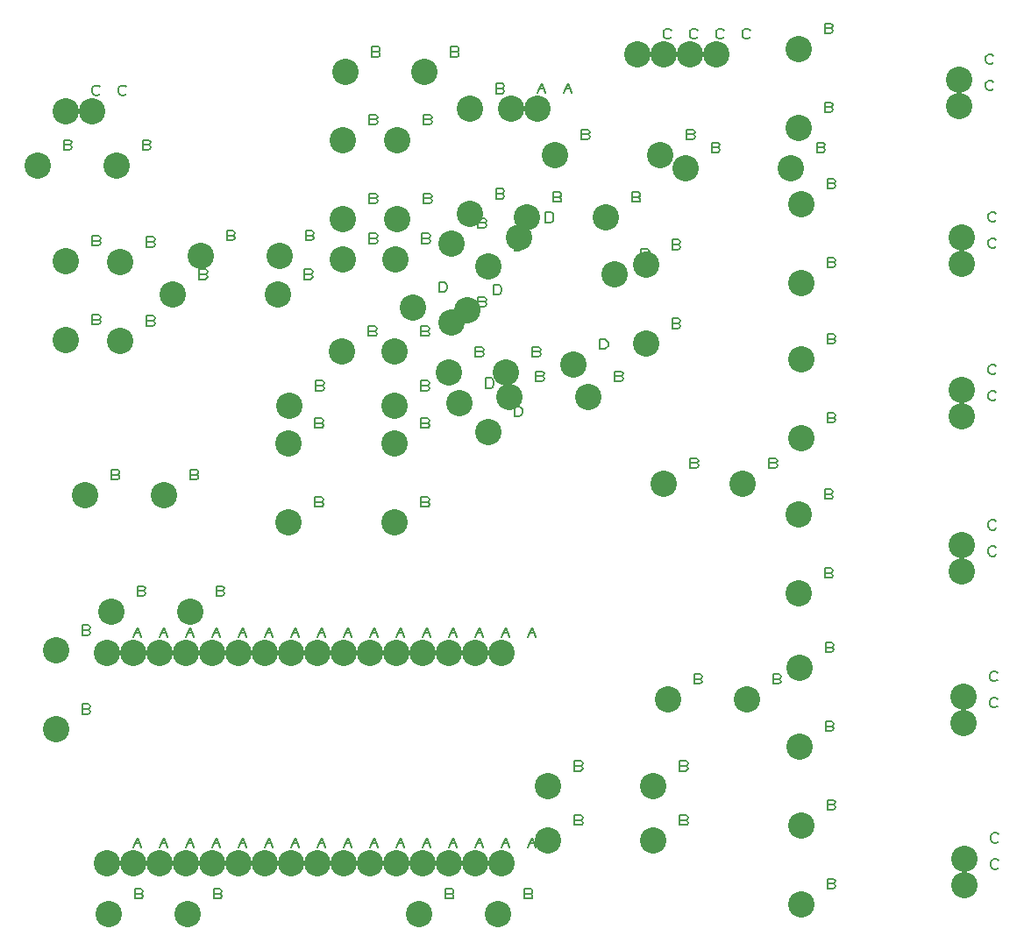
<source format=gbr>
%FSLAX23Y23*%
%MOIN*%
G04 EasyPC Gerber Version 12.0.1 Build 2704 *
%ADD12C,0.00500*%
%ADD94C,0.10000*%
X0Y0D02*
D02*
D12*
X382Y3192D02*
X388Y3189D01*
X391Y3183*
X388Y3177*
X382Y3174*
X360*
Y3211*
X382*
X388Y3208*
X391Y3202*
X388Y3195*
X382Y3192*
X360*
X451Y1047D02*
X457Y1044D01*
X460Y1037*
X457Y1031*
X451Y1028*
X429*
Y1065*
X451*
X457Y1062*
X460Y1056*
X457Y1050*
X451Y1047*
X429*
X451Y1347D02*
X457Y1344D01*
X460Y1337*
X457Y1331*
X451Y1328*
X429*
Y1365*
X451*
X457Y1362*
X460Y1356*
X457Y1350*
X451Y1347*
X429*
X498Y3387D02*
X495Y3383D01*
X488Y3380*
X479*
X473Y3383*
X470Y3387*
X467Y3393*
Y3405*
X470Y3412*
X473Y3415*
X479Y3418*
X488*
X495Y3415*
X498Y3412*
X490Y2528D02*
X496Y2525D01*
X499Y2519*
X496Y2513*
X490Y2509*
X468*
Y2547*
X490*
X496Y2544*
X499Y2538*
X496Y2531*
X490Y2528*
X468*
X490Y2828D02*
X496Y2825D01*
X499Y2819*
X496Y2813*
X490Y2809*
X468*
Y2847*
X490*
X496Y2844*
X499Y2838*
X496Y2831*
X490Y2828*
X468*
X563Y1938D02*
X569Y1935D01*
X572Y1929*
X569Y1923*
X563Y1920*
X541*
Y1957*
X563*
X569Y1954*
X572Y1948*
X569Y1942*
X563Y1938*
X541*
X598Y3387D02*
X595Y3383D01*
X588Y3380*
X579*
X573Y3383*
X570Y3387*
X567Y3393*
Y3405*
X570Y3412*
X573Y3415*
X579Y3418*
X588*
X595Y3415*
X598Y3412*
X624Y520D02*
X639Y557D01*
X655Y520*
X630Y535D02*
X649D01*
X624Y1320D02*
X639Y1357D01*
X655Y1320*
X630Y1335D02*
X649D01*
X651Y344D02*
X658Y341D01*
X661Y335*
X658Y328*
X651Y325*
X630*
Y363*
X651*
X658Y360*
X661Y353*
X658Y347*
X651Y344*
X630*
X661Y1496D02*
X668Y1492D01*
X671Y1486*
X668Y1480*
X661Y1477*
X639*
Y1514*
X661*
X668Y1511*
X671Y1505*
X668Y1499*
X661Y1496*
X639*
X682Y3192D02*
X688Y3189D01*
X691Y3183*
X688Y3177*
X682Y3174*
X660*
Y3211*
X682*
X688Y3208*
X691Y3202*
X688Y3195*
X682Y3192*
X660*
X697Y2523D02*
X703Y2520D01*
X706Y2514*
X703Y2507*
X697Y2504*
X675*
Y2542*
X697*
X703Y2539*
X706Y2532*
X703Y2526*
X697Y2523*
X675*
X697Y2823D02*
X703Y2820D01*
X706Y2814*
X703Y2807*
X697Y2804*
X675*
Y2842*
X697*
X703Y2839*
X706Y2832*
X703Y2826*
X697Y2823*
X675*
X724Y520D02*
X739Y557D01*
X755Y520*
X730Y535D02*
X749D01*
X724Y1320D02*
X739Y1357D01*
X755Y1320*
X730Y1335D02*
X749D01*
X824Y520D02*
X839Y557D01*
X855Y520*
X830Y535D02*
X849D01*
X824Y1320D02*
X839Y1357D01*
X855Y1320*
X830Y1335D02*
X849D01*
X863Y1938D02*
X869Y1935D01*
X872Y1929*
X869Y1923*
X863Y1920*
X841*
Y1957*
X863*
X869Y1954*
X872Y1948*
X869Y1942*
X863Y1938*
X841*
X897Y2700D02*
X903Y2697D01*
X907Y2691*
X903Y2685*
X897Y2681*
X875*
Y2719*
X897*
X903Y2716*
X907Y2710*
X903Y2703*
X897Y2700*
X875*
X924Y520D02*
X939Y557D01*
X955Y520*
X930Y535D02*
X949D01*
X924Y1320D02*
X939Y1357D01*
X955Y1320*
X930Y1335D02*
X949D01*
X951Y344D02*
X958Y341D01*
X961Y335*
X958Y328*
X951Y325*
X930*
Y363*
X951*
X958Y360*
X961Y353*
X958Y347*
X951Y344*
X930*
X961Y1496D02*
X968Y1492D01*
X971Y1486*
X968Y1480*
X961Y1477*
X939*
Y1514*
X961*
X968Y1511*
X971Y1505*
X968Y1499*
X961Y1496*
X939*
X1002Y2848D02*
X1008Y2845D01*
X1011Y2838*
X1008Y2832*
X1002Y2829*
X980*
Y2867*
X1002*
X1008Y2864*
X1011Y2857*
X1008Y2851*
X1002Y2848*
X980*
X1024Y520D02*
X1039Y557D01*
X1055Y520*
X1030Y535D02*
X1049D01*
X1024Y1320D02*
X1039Y1357D01*
X1055Y1320*
X1030Y1335D02*
X1049D01*
X1124Y520D02*
X1139Y557D01*
X1155Y520*
X1130Y535D02*
X1149D01*
X1124Y1320D02*
X1139Y1357D01*
X1155Y1320*
X1130Y1335D02*
X1149D01*
X1224Y520D02*
X1239Y557D01*
X1255Y520*
X1230Y535D02*
X1249D01*
X1224Y1320D02*
X1239Y1357D01*
X1255Y1320*
X1230Y1335D02*
X1249D01*
X1297Y2700D02*
X1303Y2697D01*
X1307Y2691*
X1303Y2685*
X1297Y2681*
X1275*
Y2719*
X1297*
X1303Y2716*
X1307Y2710*
X1303Y2703*
X1297Y2700*
X1275*
X1302Y2848D02*
X1308Y2845D01*
X1311Y2838*
X1308Y2832*
X1302Y2829*
X1280*
Y2867*
X1302*
X1308Y2864*
X1311Y2857*
X1308Y2851*
X1302Y2848*
X1280*
X1337Y1834D02*
X1343Y1831D01*
X1346Y1825*
X1343Y1818*
X1337Y1815*
X1315*
Y1853*
X1337*
X1343Y1850*
X1346Y1843*
X1343Y1837*
X1337Y1834*
X1315*
X1337Y2134D02*
X1343Y2131D01*
X1346Y2125*
X1343Y2118*
X1337Y2115*
X1315*
Y2153*
X1337*
X1343Y2150*
X1346Y2143*
X1343Y2137*
X1337Y2134*
X1315*
X1340Y2277D02*
X1346Y2274D01*
X1349Y2268*
X1346Y2261*
X1340Y2258*
X1318*
Y2296*
X1340*
X1346Y2293*
X1349Y2286*
X1346Y2280*
X1340Y2277*
X1318*
X1324Y520D02*
X1339Y557D01*
X1355Y520*
X1330Y535D02*
X1349D01*
X1324Y1320D02*
X1339Y1357D01*
X1355Y1320*
X1330Y1335D02*
X1349D01*
X1424Y520D02*
X1439Y557D01*
X1455Y520*
X1430Y535D02*
X1449D01*
X1424Y1320D02*
X1439Y1357D01*
X1455Y1320*
X1430Y1335D02*
X1449D01*
X1540Y2484D02*
X1546Y2481D01*
X1549Y2474*
X1546Y2468*
X1540Y2465*
X1518*
Y2502*
X1540*
X1546Y2499*
X1549Y2493*
X1546Y2487*
X1540Y2484*
X1518*
X1544Y2836D02*
X1550Y2833D01*
X1553Y2827*
X1550Y2820*
X1544Y2817*
X1522*
Y2855*
X1544*
X1550Y2852*
X1553Y2845*
X1550Y2839*
X1544Y2836*
X1522*
X1544Y2989D02*
X1550Y2986D01*
X1553Y2979*
X1550Y2973*
X1544Y2970*
X1522*
Y3008*
X1544*
X1550Y3004*
X1553Y2998*
X1550Y2992*
X1544Y2989*
X1522*
X1544Y3289D02*
X1550Y3286D01*
X1553Y3279*
X1550Y3273*
X1544Y3270*
X1522*
Y3308*
X1544*
X1550Y3304*
X1553Y3298*
X1550Y3292*
X1544Y3289*
X1522*
X1524Y520D02*
X1539Y557D01*
X1555Y520*
X1530Y535D02*
X1549D01*
X1524Y1320D02*
X1539Y1357D01*
X1555Y1320*
X1530Y1335D02*
X1549D01*
X1553Y3547D02*
X1559Y3544D01*
X1562Y3537*
X1559Y3531*
X1553Y3528*
X1531*
Y3565*
X1553*
X1559Y3562*
X1562Y3556*
X1559Y3550*
X1553Y3547*
X1531*
X1624Y520D02*
X1639Y557D01*
X1655Y520*
X1630Y535D02*
X1649D01*
X1624Y1320D02*
X1639Y1357D01*
X1655Y1320*
X1630Y1335D02*
X1649D01*
X1740Y1834D02*
X1746Y1831D01*
X1749Y1825*
X1746Y1818*
X1740Y1815*
X1718*
Y1853*
X1740*
X1746Y1850*
X1749Y1843*
X1746Y1837*
X1740Y1834*
X1718*
X1740Y2134D02*
X1746Y2131D01*
X1749Y2125*
X1746Y2118*
X1740Y2115*
X1718*
Y2153*
X1740*
X1746Y2150*
X1749Y2143*
X1746Y2137*
X1740Y2134*
X1718*
X1740Y2277D02*
X1746Y2274D01*
X1749Y2268*
X1746Y2261*
X1740Y2258*
X1718*
Y2296*
X1740*
X1746Y2293*
X1749Y2286*
X1746Y2280*
X1740Y2277*
X1718*
X1740Y2484D02*
X1746Y2481D01*
X1749Y2474*
X1746Y2468*
X1740Y2465*
X1718*
Y2502*
X1740*
X1746Y2499*
X1749Y2493*
X1746Y2487*
X1740Y2484*
X1718*
X1744Y2836D02*
X1750Y2833D01*
X1753Y2827*
X1750Y2820*
X1744Y2817*
X1722*
Y2855*
X1744*
X1750Y2852*
X1753Y2845*
X1750Y2839*
X1744Y2836*
X1722*
X1724Y520D02*
X1739Y557D01*
X1755Y520*
X1730Y535D02*
X1749D01*
X1724Y1320D02*
X1739Y1357D01*
X1755Y1320*
X1730Y1335D02*
X1749D01*
X1750Y2989D02*
X1757Y2986D01*
X1760Y2979*
X1757Y2973*
X1750Y2970*
X1728*
Y3008*
X1750*
X1757Y3004*
X1760Y2998*
X1757Y2992*
X1750Y2989*
X1728*
X1750Y3289D02*
X1757Y3286D01*
X1760Y3279*
X1757Y3273*
X1750Y3270*
X1728*
Y3308*
X1750*
X1757Y3304*
X1760Y3298*
X1757Y3292*
X1750Y3289*
X1728*
X1787Y2632D02*
Y2670D01*
X1806*
X1812Y2667*
X1815Y2664*
X1818Y2657*
Y2645*
X1815Y2639*
X1812Y2635*
X1806Y2632*
X1787*
X1833Y344D02*
X1839Y341D01*
X1842Y335*
X1839Y328*
X1833Y325*
X1811*
Y363*
X1833*
X1839Y360*
X1842Y353*
X1839Y347*
X1833Y344*
X1811*
X1824Y520D02*
X1839Y557D01*
X1855Y520*
X1830Y535D02*
X1849D01*
X1824Y1320D02*
X1839Y1357D01*
X1855Y1320*
X1830Y1335D02*
X1849D01*
X1853Y3547D02*
X1859Y3544D01*
X1862Y3537*
X1859Y3531*
X1853Y3528*
X1831*
Y3565*
X1853*
X1859Y3562*
X1862Y3556*
X1859Y3550*
X1853Y3547*
X1831*
X1924Y520D02*
X1939Y557D01*
X1955Y520*
X1930Y535D02*
X1949D01*
X1924Y1320D02*
X1939Y1357D01*
X1955Y1320*
X1930Y1335D02*
X1949D01*
X1947Y2405D02*
X1953Y2402D01*
X1956Y2396*
X1953Y2389*
X1947Y2386*
X1925*
Y2424*
X1947*
X1953Y2421*
X1956Y2414*
X1953Y2408*
X1947Y2405*
X1925*
X1957Y2595D02*
X1963Y2592D01*
X1966Y2586*
X1963Y2579*
X1957Y2576*
X1935*
Y2614*
X1957*
X1963Y2611*
X1966Y2604*
X1963Y2598*
X1957Y2595*
X1935*
X1957Y2895D02*
X1963Y2892D01*
X1966Y2886*
X1963Y2879*
X1957Y2876*
X1935*
Y2914*
X1957*
X1963Y2911*
X1966Y2904*
X1963Y2898*
X1957Y2895*
X1935*
X1964Y2268D02*
Y2306D01*
X1983*
X1989Y2302*
X1992Y2299*
X1995Y2293*
Y2281*
X1992Y2274*
X1989Y2271*
X1983Y2268*
X1964*
X1994Y2622D02*
Y2660D01*
X2013*
X2019Y2657*
X2022Y2654*
X2025Y2647*
Y2635*
X2022Y2629*
X2019Y2626*
X2013Y2622*
X1994*
X2026Y3007D02*
X2032Y3004D01*
X2035Y2998*
X2032Y2991*
X2026Y2988*
X2004*
Y3026*
X2026*
X2032Y3023*
X2035Y3016*
X2032Y3010*
X2026Y3007*
X2004*
X2026Y3407D02*
X2032Y3404D01*
X2035Y3398*
X2032Y3391*
X2026Y3388*
X2004*
Y3426*
X2026*
X2032Y3423*
X2035Y3416*
X2032Y3410*
X2026Y3407*
X2004*
X2024Y520D02*
X2039Y557D01*
X2055Y520*
X2030Y535D02*
X2049D01*
X2024Y1320D02*
X2039Y1357D01*
X2055Y1320*
X2030Y1335D02*
X2049D01*
X2073Y2160D02*
Y2197D01*
X2091*
X2098Y2194*
X2101Y2191*
X2104Y2185*
Y2172*
X2101Y2166*
X2098Y2163*
X2091Y2160*
X2073*
Y2790D02*
Y2827D01*
X2091*
X2098Y2824*
X2101Y2821*
X2104Y2815*
Y2802*
X2101Y2796*
X2098Y2793*
X2091Y2790*
X2073*
X2133Y344D02*
X2139Y341D01*
X2142Y335*
X2139Y328*
X2133Y325*
X2111*
Y363*
X2133*
X2139Y360*
X2142Y353*
X2139Y347*
X2133Y344*
X2111*
X2124Y520D02*
X2139Y557D01*
X2155Y520*
X2130Y535D02*
X2149D01*
X2124Y1320D02*
X2139Y1357D01*
X2155Y1320*
X2130Y1335D02*
X2149D01*
X2163Y2405D02*
X2170Y2402D01*
X2173Y2396*
X2170Y2389*
X2163Y2386*
X2141*
Y2424*
X2163*
X2170Y2421*
X2173Y2414*
X2170Y2408*
X2163Y2405*
X2141*
X2177Y2312D02*
X2183Y2309D01*
X2186Y2303*
X2183Y2297*
X2177Y2294*
X2155*
Y2331*
X2177*
X2183Y2328*
X2186Y2322*
X2183Y2316*
X2177Y2312*
X2155*
X2161Y3390D02*
X2177Y3428D01*
X2192Y3390*
X2167Y3406D02*
X2186D01*
X2191Y2898D02*
Y2936D01*
X2209*
X2216Y2932*
X2219Y2929*
X2222Y2923*
Y2911*
X2219Y2904*
X2216Y2901*
X2209Y2898*
X2191*
X2242Y2994D02*
X2249Y2990D01*
X2252Y2984*
X2249Y2978*
X2242Y2975*
X2221*
Y3012*
X2242*
X2249Y3009*
X2252Y3003*
X2249Y2997*
X2242Y2994*
X2221*
X2261Y3390D02*
X2277Y3428D01*
X2292Y3390*
X2267Y3406D02*
X2286D01*
X2324Y623D02*
X2331Y620D01*
X2334Y614*
X2331Y608*
X2324Y605*
X2302*
Y642*
X2324*
X2331Y639*
X2334Y633*
X2331Y627*
X2324Y623*
X2302*
X2324Y830D02*
X2331Y827D01*
X2334Y821*
X2331Y815*
X2324Y811*
X2302*
Y849*
X2324*
X2331Y846*
X2334Y840*
X2331Y833*
X2324Y830*
X2302*
X2350Y3232D02*
X2357Y3229D01*
X2360Y3222*
X2357Y3216*
X2350Y3213*
X2328*
Y3250*
X2350*
X2357Y3247*
X2360Y3241*
X2357Y3235*
X2350Y3232*
X2328*
X2397Y2416D02*
Y2453D01*
X2416*
X2422Y2450*
X2425Y2447*
X2429Y2441*
Y2428*
X2425Y2422*
X2422Y2419*
X2416Y2416*
X2397*
X2477Y2312D02*
X2483Y2309D01*
X2486Y2303*
X2483Y2297*
X2477Y2294*
X2455*
Y2331*
X2477*
X2483Y2328*
X2486Y2322*
X2483Y2316*
X2477Y2312*
X2455*
X2542Y2994D02*
X2549Y2990D01*
X2552Y2984*
X2549Y2978*
X2542Y2975*
X2521*
Y3012*
X2542*
X2549Y3009*
X2552Y3003*
X2549Y2997*
X2542Y2994*
X2521*
X2555Y2760D02*
Y2798D01*
X2574*
X2580Y2795*
X2583Y2791*
X2586Y2785*
Y2773*
X2583Y2766*
X2580Y2763*
X2574Y2760*
X2555*
X2670Y3603D02*
X2667Y3600D01*
X2661Y3597*
X2651*
X2645Y3600*
X2642Y3603*
X2639Y3609*
Y3622*
X2642Y3628*
X2645Y3631*
X2651Y3634*
X2661*
X2667Y3631*
X2670Y3628*
X2695Y2513D02*
X2701Y2510D01*
X2704Y2504*
X2701Y2498*
X2695Y2494*
X2673*
Y2532*
X2695*
X2701Y2529*
X2704Y2523*
X2701Y2516*
X2695Y2513*
X2673*
X2695Y2813D02*
X2701Y2810D01*
X2704Y2804*
X2701Y2798*
X2695Y2794*
X2673*
Y2832*
X2695*
X2701Y2829*
X2704Y2823*
X2701Y2816*
X2695Y2813*
X2673*
X2724Y623D02*
X2731Y620D01*
X2734Y614*
X2731Y608*
X2724Y605*
X2702*
Y642*
X2724*
X2731Y639*
X2734Y633*
X2731Y627*
X2724Y623*
X2702*
X2724Y830D02*
X2731Y827D01*
X2734Y821*
X2731Y815*
X2724Y811*
X2702*
Y849*
X2724*
X2731Y846*
X2734Y840*
X2731Y833*
X2724Y830*
X2702*
X2750Y3232D02*
X2757Y3229D01*
X2760Y3222*
X2757Y3216*
X2750Y3213*
X2728*
Y3250*
X2750*
X2757Y3247*
X2760Y3241*
X2757Y3235*
X2750Y3232*
X2728*
X2770Y3603D02*
X2767Y3600D01*
X2761Y3597*
X2751*
X2745Y3600*
X2742Y3603*
X2739Y3609*
Y3622*
X2742Y3628*
X2745Y3631*
X2751Y3634*
X2761*
X2767Y3631*
X2770Y3628*
X2764Y1982D02*
X2770Y1979D01*
X2773Y1972*
X2770Y1966*
X2764Y1963*
X2742*
Y2000*
X2764*
X2770Y1997*
X2773Y1991*
X2770Y1985*
X2764Y1982*
X2742*
X2777Y1161D02*
X2784Y1158D01*
X2787Y1151*
X2784Y1145*
X2777Y1142*
X2756*
Y1180*
X2777*
X2784Y1176*
X2787Y1170*
X2784Y1164*
X2777Y1161*
X2756*
X2846Y3183D02*
X2852Y3179D01*
X2855Y3173*
X2852Y3167*
X2846Y3164*
X2824*
Y3201*
X2846*
X2852Y3198*
X2855Y3192*
X2852Y3186*
X2846Y3183*
X2824*
X2870Y3603D02*
X2867Y3600D01*
X2861Y3597*
X2851*
X2845Y3600*
X2842Y3603*
X2839Y3609*
Y3622*
X2842Y3628*
X2845Y3631*
X2851Y3634*
X2861*
X2867Y3631*
X2870Y3628*
X2970Y3603D02*
X2967Y3600D01*
X2961Y3597*
X2951*
X2945Y3600*
X2942Y3603*
X2939Y3609*
Y3622*
X2942Y3628*
X2945Y3631*
X2951Y3634*
X2961*
X2967Y3631*
X2970Y3628*
X3064Y1982D02*
X3070Y1979D01*
X3073Y1972*
X3070Y1966*
X3064Y1963*
X3042*
Y2000*
X3064*
X3070Y1997*
X3073Y1991*
X3070Y1985*
X3064Y1982*
X3042*
X3077Y1161D02*
X3084Y1158D01*
X3087Y1151*
X3084Y1145*
X3077Y1142*
X3056*
Y1180*
X3077*
X3084Y1176*
X3087Y1170*
X3084Y1164*
X3077Y1161*
X3056*
X3246Y3183D02*
X3252Y3179D01*
X3255Y3173*
X3252Y3167*
X3246Y3164*
X3224*
Y3201*
X3246*
X3252Y3198*
X3255Y3192*
X3252Y3186*
X3246Y3183*
X3224*
X3275Y1564D02*
X3282Y1560D01*
X3285Y1554*
X3282Y1548*
X3275Y1545*
X3254*
Y1582*
X3275*
X3282Y1579*
X3285Y1573*
X3282Y1567*
X3275Y1564*
X3254*
X3275Y1864D02*
X3282Y1860D01*
X3285Y1854*
X3282Y1848*
X3275Y1845*
X3254*
Y1882*
X3275*
X3282Y1879*
X3285Y1873*
X3282Y1867*
X3275Y1864*
X3254*
X3275Y3335D02*
X3282Y3332D01*
X3285Y3326*
X3282Y3320*
X3275Y3317*
X3254*
Y3354*
X3275*
X3282Y3351*
X3285Y3345*
X3282Y3338*
X3275Y3335*
X3254*
X3275Y3635D02*
X3282Y3632D01*
X3285Y3626*
X3282Y3620*
X3275Y3617*
X3254*
Y3654*
X3275*
X3282Y3651*
X3285Y3645*
X3282Y3638*
X3275Y3635*
X3254*
X3277Y981D02*
X3284Y978D01*
X3287Y972*
X3284Y965*
X3277Y962*
X3256*
Y1000*
X3277*
X3284Y997*
X3287Y990*
X3284Y984*
X3277Y981*
X3256*
X3277Y1281D02*
X3284Y1278D01*
X3287Y1272*
X3284Y1265*
X3277Y1262*
X3256*
Y1300*
X3277*
X3284Y1297*
X3287Y1290*
X3284Y1284*
X3277Y1281*
X3256*
X3285Y383D02*
X3292Y379D01*
X3295Y373*
X3292Y367*
X3285Y364*
X3263*
Y401*
X3285*
X3292Y398*
X3295Y392*
X3292Y386*
X3285Y383*
X3263*
X3285Y683D02*
X3292Y679D01*
X3295Y673*
X3292Y667*
X3285Y664*
X3263*
Y701*
X3285*
X3292Y698*
X3295Y692*
X3292Y686*
X3285Y683*
X3263*
X3285Y2154D02*
X3292Y2151D01*
X3295Y2145*
X3292Y2139*
X3285Y2135*
X3263*
Y2173*
X3285*
X3292Y2170*
X3295Y2164*
X3292Y2157*
X3285Y2154*
X3263*
X3285Y2454D02*
X3292Y2451D01*
X3295Y2445*
X3292Y2439*
X3285Y2435*
X3263*
Y2473*
X3285*
X3292Y2470*
X3295Y2464*
X3292Y2457*
X3285Y2454*
X3263*
X3285Y2745D02*
X3292Y2742D01*
X3295Y2735*
X3292Y2729*
X3285Y2726*
X3263*
Y2763*
X3285*
X3292Y2760*
X3295Y2754*
X3292Y2748*
X3285Y2745*
X3263*
X3285Y3045D02*
X3292Y3042D01*
X3295Y3035*
X3292Y3029*
X3285Y3026*
X3263*
Y3063*
X3285*
X3292Y3060*
X3295Y3054*
X3292Y3048*
X3285Y3045*
X3263*
X3895Y3406D02*
X3892Y3403D01*
X3886Y3400*
X3876*
X3870Y3403*
X3867Y3406*
X3864Y3412*
Y3425*
X3867Y3431*
X3870Y3434*
X3876Y3437*
X3886*
X3892Y3434*
X3895Y3431*
Y3506D02*
X3892Y3503D01*
X3886Y3500*
X3876*
X3870Y3503*
X3867Y3506*
X3864Y3512*
Y3525*
X3867Y3531*
X3870Y3534*
X3876Y3537*
X3886*
X3892Y3534*
X3895Y3531*
X3905Y1635D02*
X3902Y1631D01*
X3896Y1628*
X3886*
X3880Y1631*
X3877Y1635*
X3874Y1641*
Y1653*
X3877Y1660*
X3880Y1663*
X3886Y1666*
X3896*
X3902Y1663*
X3905Y1660*
Y1735D02*
X3902Y1731D01*
X3896Y1728*
X3886*
X3880Y1731*
X3877Y1735*
X3874Y1741*
Y1753*
X3877Y1760*
X3880Y1763*
X3886Y1766*
X3896*
X3902Y1763*
X3905Y1760*
Y2225D02*
X3902Y2222D01*
X3896Y2219*
X3886*
X3880Y2222*
X3877Y2225*
X3874Y2231*
Y2244*
X3877Y2250*
X3880Y2253*
X3886Y2256*
X3896*
X3902Y2253*
X3905Y2250*
Y2325D02*
X3902Y2322D01*
X3896Y2319*
X3886*
X3880Y2322*
X3877Y2325*
X3874Y2331*
Y2344*
X3877Y2350*
X3880Y2353*
X3886Y2356*
X3896*
X3902Y2353*
X3905Y2350*
Y2806D02*
X3902Y2803D01*
X3896Y2800*
X3886*
X3880Y2803*
X3877Y2806*
X3874Y2812*
Y2825*
X3877Y2831*
X3880Y2834*
X3886Y2837*
X3896*
X3902Y2834*
X3905Y2831*
Y2906D02*
X3902Y2903D01*
X3896Y2900*
X3886*
X3880Y2903*
X3877Y2906*
X3874Y2912*
Y2925*
X3877Y2931*
X3880Y2934*
X3886Y2937*
X3896*
X3902Y2934*
X3905Y2931*
X3911Y1058D02*
X3908Y1055D01*
X3901Y1052*
X3892*
X3886Y1055*
X3883Y1058*
X3880Y1064*
Y1077*
X3883Y1083*
X3886Y1086*
X3892Y1089*
X3901*
X3908Y1086*
X3911Y1083*
Y1158D02*
X3908Y1155D01*
X3901Y1152*
X3892*
X3886Y1155*
X3883Y1158*
X3880Y1164*
Y1177*
X3883Y1183*
X3886Y1186*
X3892Y1189*
X3901*
X3908Y1186*
X3911Y1183*
X3915Y444D02*
X3912Y441D01*
X3905Y437*
X3896*
X3890Y441*
X3887Y444*
X3884Y450*
Y462*
X3887Y469*
X3890Y472*
X3896Y475*
X3905*
X3912Y472*
X3915Y469*
Y544D02*
X3912Y541D01*
X3905Y537*
X3896*
X3890Y541*
X3887Y544*
X3884Y550*
Y562*
X3887Y569*
X3890Y572*
X3896Y575*
X3905*
X3912Y572*
X3915Y569*
D02*
D94*
X260Y3114D03*
X329Y969D03*
Y1269D03*
X367Y3321D03*
X368Y2450D03*
Y2750D03*
X441Y1860D03*
X467Y3321D03*
X524Y460D03*
Y1260D03*
X530Y266D03*
X539Y1417D03*
X560Y3114D03*
X575Y2445D03*
Y2745D03*
X624Y460D03*
Y1260D03*
X724Y460D03*
Y1260D03*
X741Y1860D03*
X775Y2622D03*
X824Y460D03*
Y1260D03*
X830Y266D03*
X839Y1417D03*
X880Y2770D03*
X924Y460D03*
Y1260D03*
X1024Y460D03*
Y1260D03*
X1124Y460D03*
Y1260D03*
X1175Y2622D03*
X1180Y2770D03*
X1215Y1756D03*
Y2056D03*
X1218Y2199D03*
X1224Y460D03*
Y1260D03*
X1324Y460D03*
Y1260D03*
X1418Y2406D03*
X1422Y2758D03*
Y2911D03*
Y3211D03*
X1424Y460D03*
Y1260D03*
X1431Y3469D03*
X1524Y460D03*
Y1260D03*
X1618Y1756D03*
Y2056D03*
Y2199D03*
Y2406D03*
X1622Y2758D03*
X1624Y460D03*
Y1260D03*
X1628Y2911D03*
Y3211D03*
X1687Y2573D03*
X1711Y266D03*
X1724Y460D03*
Y1260D03*
X1731Y3469D03*
X1824Y460D03*
Y1260D03*
X1825Y2327D03*
X1835Y2517D03*
Y2817D03*
X1864Y2209D03*
X1894Y2563D03*
X1904Y2929D03*
Y3329D03*
X1924Y460D03*
Y1260D03*
X1973Y2100D03*
Y2730D03*
X2011Y266D03*
X2024Y460D03*
Y1260D03*
X2041Y2327D03*
X2055Y2234D03*
X2061Y3331D03*
X2091Y2839D03*
X2121Y2915D03*
X2161Y3331D03*
X2202Y545D03*
Y752D03*
X2228Y3154D03*
X2297Y2356D03*
X2355Y2234D03*
X2421Y2915D03*
X2455Y2701D03*
X2539Y3537D03*
X2573Y2435D03*
Y2735D03*
X2602Y545D03*
Y752D03*
X2628Y3154D03*
X2639Y3537D03*
X2642Y1904D03*
X2656Y1083D03*
X2724Y3104D03*
X2739Y3537D03*
X2839D03*
X2942Y1904D03*
X2956Y1083D03*
X3124Y3104D03*
X3154Y1485D03*
Y1785D03*
Y3257D03*
Y3557D03*
X3156Y903D03*
Y1203D03*
X3163Y304D03*
Y604D03*
Y2076D03*
Y2376D03*
Y2667D03*
Y2967D03*
X3764Y3341D03*
Y3441D03*
X3774Y1569D03*
Y1669D03*
Y2160D03*
Y2260D03*
Y2740D03*
Y2840D03*
X3780Y992D03*
Y1092D03*
X3784Y378D03*
Y478D03*
X0Y0D02*
M02*

</source>
